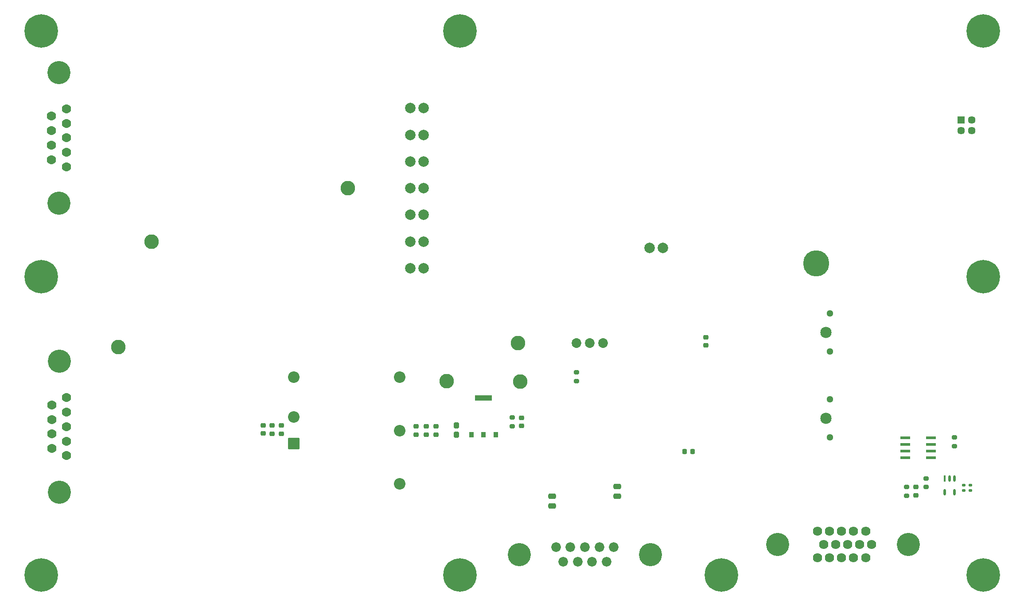
<source format=gbr>
%TF.GenerationSoftware,KiCad,Pcbnew,9.0.3*%
%TF.CreationDate,2025-09-16T12:03:33-04:00*%
%TF.ProjectId,6_COLD_TPC_HV,365f434f-4c44-45f5-9450-435f48562e6b,rev?*%
%TF.SameCoordinates,Original*%
%TF.FileFunction,Soldermask,Bot*%
%TF.FilePolarity,Negative*%
%FSLAX46Y46*%
G04 Gerber Fmt 4.6, Leading zero omitted, Abs format (unit mm)*
G04 Created by KiCad (PCBNEW 9.0.3) date 2025-09-16 12:03:33*
%MOMM*%
%LPD*%
G01*
G04 APERTURE LIST*
G04 Aperture macros list*
%AMRoundRect*
0 Rectangle with rounded corners*
0 $1 Rounding radius*
0 $2 $3 $4 $5 $6 $7 $8 $9 X,Y pos of 4 corners*
0 Add a 4 corners polygon primitive as box body*
4,1,4,$2,$3,$4,$5,$6,$7,$8,$9,$2,$3,0*
0 Add four circle primitives for the rounded corners*
1,1,$1+$1,$2,$3*
1,1,$1+$1,$4,$5*
1,1,$1+$1,$6,$7*
1,1,$1+$1,$8,$9*
0 Add four rect primitives between the rounded corners*
20,1,$1+$1,$2,$3,$4,$5,0*
20,1,$1+$1,$4,$5,$6,$7,0*
20,1,$1+$1,$6,$7,$8,$9,0*
20,1,$1+$1,$8,$9,$2,$3,0*%
G04 Aperture macros list end*
%ADD10C,2.800000*%
%ADD11C,6.400000*%
%ADD12C,1.295400*%
%ADD13C,2.159000*%
%ADD14C,1.779000*%
%ADD15C,4.420000*%
%ADD16C,1.854000*%
%ADD17C,5.000000*%
%ADD18C,2.000000*%
%ADD19R,1.447800X1.447800*%
%ADD20C,1.447800*%
%ADD21C,1.839000*%
%ADD22C,1.764000*%
%ADD23RoundRect,0.102000X1.000000X-1.000000X1.000000X1.000000X-1.000000X1.000000X-1.000000X-1.000000X0*%
%ADD24C,2.204000*%
%ADD25RoundRect,0.200000X0.275000X-0.200000X0.275000X0.200000X-0.275000X0.200000X-0.275000X-0.200000X0*%
%ADD26RoundRect,0.250000X-0.475000X0.250000X-0.475000X-0.250000X0.475000X-0.250000X0.475000X0.250000X0*%
%ADD27RoundRect,0.225000X0.250000X-0.225000X0.250000X0.225000X-0.250000X0.225000X-0.250000X-0.225000X0*%
%ADD28RoundRect,0.200000X-0.275000X0.200000X-0.275000X-0.200000X0.275000X-0.200000X0.275000X0.200000X0*%
%ADD29R,1.981200X0.558800*%
%ADD30RoundRect,0.225000X0.225000X0.250000X-0.225000X0.250000X-0.225000X-0.250000X0.225000X-0.250000X0*%
%ADD31R,0.457200X1.219200*%
%ADD32O,0.457200X1.219200*%
%ADD33RoundRect,0.225000X-0.250000X0.225000X-0.250000X-0.225000X0.250000X-0.225000X0.250000X0.225000X0*%
%ADD34RoundRect,0.135000X0.185000X-0.135000X0.185000X0.135000X-0.185000X0.135000X-0.185000X-0.135000X0*%
%ADD35RoundRect,0.250000X0.275000X-0.312500X0.275000X0.312500X-0.275000X0.312500X-0.275000X-0.312500X0*%
%ADD36RoundRect,0.135000X-0.185000X0.135000X-0.185000X-0.135000X0.185000X-0.135000X0.185000X0.135000X0*%
%ADD37R,0.889000X1.016000*%
%ADD38R,3.200000X1.000000*%
G04 APERTURE END LIST*
D10*
%TO.C,GND1*%
X104730000Y-118410000D03*
%TD*%
D11*
%TO.C,H3*%
X270000000Y-58000000D03*
%TD*%
%TO.C,H2*%
X90000000Y-105000000D03*
%TD*%
D12*
%TO.C,P1*%
X240760000Y-135719800D03*
X240760000Y-128399800D03*
D13*
X240000000Y-132049800D03*
%TD*%
D11*
%TO.C,H6*%
X170000000Y-58000000D03*
%TD*%
D14*
%TO.C,J3*%
X247536000Y-153630000D03*
X245246000Y-153630000D03*
X242956000Y-153630000D03*
X240666000Y-153630000D03*
X238376000Y-153630000D03*
X248681000Y-156170000D03*
X246391000Y-156170000D03*
X244101000Y-156170000D03*
X241811000Y-156170000D03*
X239521000Y-156170000D03*
X247536000Y-158710000D03*
X245246000Y-158710000D03*
X242956000Y-158710000D03*
X240666000Y-158710000D03*
X238376000Y-158710000D03*
D15*
X230715000Y-156170000D03*
X255705000Y-156170000D03*
%TD*%
D10*
%TO.C,V_{3.3V}1*%
X181560000Y-125020000D03*
%TD*%
D16*
%TO.C,J5*%
X197400000Y-117660000D03*
X194860000Y-117660000D03*
X192320000Y-117660000D03*
%TD*%
D11*
%TO.C,H9*%
X270000000Y-105000000D03*
%TD*%
D17*
%TO.C,U1*%
X238060000Y-102445000D03*
D18*
X160560000Y-72745000D03*
X160560000Y-77845000D03*
X160560000Y-82945000D03*
X160560000Y-88045000D03*
X160560000Y-93145000D03*
X160560000Y-98245000D03*
X160560000Y-103345000D03*
X163060000Y-72745000D03*
X163060000Y-77845000D03*
X163060000Y-82945000D03*
X163060000Y-88045000D03*
X163060000Y-93145000D03*
X163060000Y-98245000D03*
X163060000Y-103345000D03*
X206260000Y-99445000D03*
X208760000Y-99445000D03*
%TD*%
D11*
%TO.C,H8*%
X170000000Y-162000000D03*
%TD*%
%TO.C,H4*%
X220000000Y-162000000D03*
%TD*%
D19*
%TO.C,J6*%
X265779999Y-75009999D03*
D20*
X265779999Y-77010000D03*
X267780000Y-75009999D03*
X267780000Y-77010000D03*
%TD*%
D11*
%TO.C,H7*%
X270000000Y-162000000D03*
%TD*%
D21*
%TO.C,J4*%
X199440000Y-156690000D03*
X196670000Y-156690000D03*
X193900000Y-156690000D03*
X191130000Y-156690000D03*
X188360000Y-156690000D03*
X198055000Y-159530000D03*
X195285000Y-159530000D03*
X192515000Y-159530000D03*
X189745000Y-159530000D03*
D15*
X181400000Y-158110000D03*
X206400000Y-158110000D03*
%TD*%
D22*
%TO.C,J2*%
X94880000Y-128120000D03*
X94880000Y-130890000D03*
X94880000Y-133660000D03*
X94880000Y-136430000D03*
X94880000Y-139200000D03*
X92040000Y-129505000D03*
X92040000Y-132275000D03*
X92040000Y-135045000D03*
X92040000Y-137815000D03*
D15*
X93460000Y-121160000D03*
X93460000Y-146160000D03*
%TD*%
D23*
%TO.C,U4*%
X138247500Y-136930000D03*
D24*
X138247500Y-131830000D03*
X158547500Y-144630000D03*
X158547500Y-134430000D03*
X158547500Y-124230000D03*
X138247500Y-124230000D03*
%TD*%
D10*
%TO.C,V_{GND}1*%
X167490000Y-124990000D03*
%TD*%
%TO.C,HV_SET_{-EXT}1*%
X181130000Y-117680000D03*
%TD*%
D11*
%TO.C,H5*%
X90000000Y-162000000D03*
%TD*%
%TO.C,H1*%
X90000000Y-58000000D03*
%TD*%
D22*
%TO.C,J1*%
X94830000Y-72880000D03*
X94830000Y-75650000D03*
X94830000Y-78420000D03*
X94830000Y-81190000D03*
X94830000Y-83960000D03*
X91990000Y-74265000D03*
X91990000Y-77035000D03*
X91990000Y-79805000D03*
X91990000Y-82575000D03*
D15*
X93410000Y-65920000D03*
X93410000Y-90920000D03*
%TD*%
D10*
%TO.C,GND2*%
X111060000Y-98240000D03*
%TD*%
D12*
%TO.C,P2*%
X240760000Y-119290000D03*
X240760000Y-111970000D03*
D13*
X240000000Y-115620000D03*
%TD*%
D10*
%TO.C,V_{EN}1*%
X148590000Y-88075000D03*
%TD*%
D25*
%TO.C,R23*%
X264510000Y-137385000D03*
X264510000Y-135735000D03*
%TD*%
D26*
%TO.C,C36*%
X187655000Y-146960000D03*
X187655000Y-148860000D03*
%TD*%
D27*
%TO.C,C33*%
X257130000Y-146770000D03*
X257130000Y-145220000D03*
%TD*%
%TO.C,C18*%
X161650000Y-135155000D03*
X161650000Y-133605000D03*
%TD*%
%TO.C,C14*%
X134160000Y-134985000D03*
X134160000Y-133435000D03*
%TD*%
D28*
%TO.C,R38*%
X192300000Y-123265000D03*
X192300000Y-124915000D03*
%TD*%
D29*
%TO.C,U8*%
X260017600Y-135800000D03*
X260017600Y-137070000D03*
X260017600Y-138340000D03*
X260017600Y-139610000D03*
X255090000Y-139610000D03*
X255090000Y-138340000D03*
X255090000Y-137070000D03*
X255090000Y-135800000D03*
%TD*%
D30*
%TO.C,C25*%
X214475000Y-138400000D03*
X212925000Y-138400000D03*
%TD*%
D27*
%TO.C,C16*%
X181810000Y-133535000D03*
X181810000Y-131985000D03*
%TD*%
%TO.C,C21*%
X165470000Y-135165000D03*
X165470000Y-133615000D03*
%TD*%
D26*
%TO.C,C35*%
X200115000Y-145080000D03*
X200115000Y-146980000D03*
%TD*%
D28*
%TO.C,R32*%
X255330000Y-145210000D03*
X255330000Y-146860000D03*
%TD*%
%TO.C,R30*%
X259070000Y-143570000D03*
X259070000Y-145220000D03*
%TD*%
D31*
%TO.C,U9*%
X262619999Y-143570000D03*
D32*
X263570000Y-143570000D03*
X264520001Y-143570000D03*
X264520001Y-146190000D03*
X262619999Y-146190000D03*
%TD*%
D33*
%TO.C,C26*%
X216980000Y-116555000D03*
X216980000Y-118105000D03*
%TD*%
D25*
%TO.C,R12*%
X180020000Y-133565000D03*
X180020000Y-131915000D03*
%TD*%
D27*
%TO.C,C20*%
X163550000Y-135155000D03*
X163550000Y-133605000D03*
%TD*%
D34*
%TO.C,C29*%
X267550000Y-145900000D03*
X267550000Y-144880000D03*
%TD*%
D35*
%TO.C,C17*%
X169380000Y-135207500D03*
X169380000Y-133432500D03*
%TD*%
D27*
%TO.C,C15*%
X135940000Y-134995000D03*
X135940000Y-133445000D03*
%TD*%
%TO.C,C12*%
X132420000Y-134975000D03*
X132420000Y-133425000D03*
%TD*%
D36*
%TO.C,R24*%
X266290000Y-144880000D03*
X266290000Y-145900000D03*
%TD*%
D37*
%TO.C,U3*%
X176861400Y-135152500D03*
X174550000Y-135152500D03*
X172238600Y-135152500D03*
D38*
X174550000Y-128160000D03*
%TD*%
M02*

</source>
